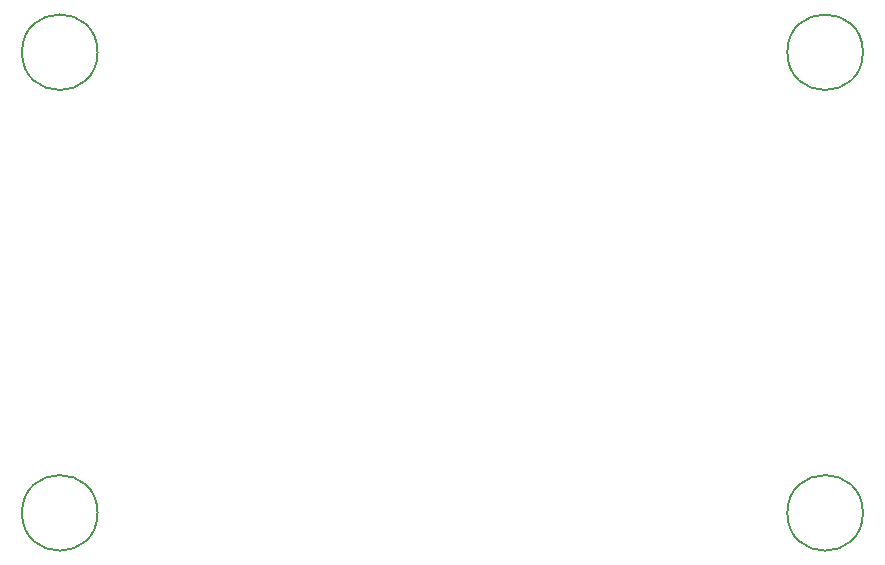
<source format=gbr>
G04 #@! TF.GenerationSoftware,KiCad,Pcbnew,(6.0.2)*
G04 #@! TF.CreationDate,2022-10-13T14:07:27+01:00*
G04 #@! TF.ProjectId,led_driver,6c65645f-6472-4697-9665-722e6b696361,rev?*
G04 #@! TF.SameCoordinates,Original*
G04 #@! TF.FileFunction,Other,Comment*
%FSLAX46Y46*%
G04 Gerber Fmt 4.6, Leading zero omitted, Abs format (unit mm)*
G04 Created by KiCad (PCBNEW (6.0.2)) date 2022-10-13 14:07:27*
%MOMM*%
%LPD*%
G01*
G04 APERTURE LIST*
%ADD10C,0.150000*%
G04 APERTURE END LIST*
D10*
X94200000Y-58000000D02*
G75*
G03*
X94200000Y-58000000I-3200000J0D01*
G01*
X94200000Y-97000000D02*
G75*
G03*
X94200000Y-97000000I-3200000J0D01*
G01*
X159000000Y-58000000D02*
G75*
G03*
X159000000Y-58000000I-3200000J0D01*
G01*
X159000000Y-97000000D02*
G75*
G03*
X159000000Y-97000000I-3200000J0D01*
G01*
M02*

</source>
